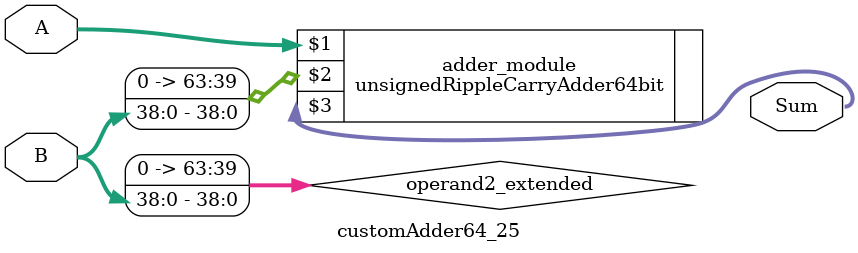
<source format=v>
module customAdder64_25(
                        input [63 : 0] A,
                        input [38 : 0] B,
                        
                        output [64 : 0] Sum
                );

        wire [63 : 0] operand2_extended;
        
        assign operand2_extended =  {25'b0, B};
        
        unsignedRippleCarryAdder64bit adder_module(
            A,
            operand2_extended,
            Sum
        );
        
        endmodule
        
</source>
